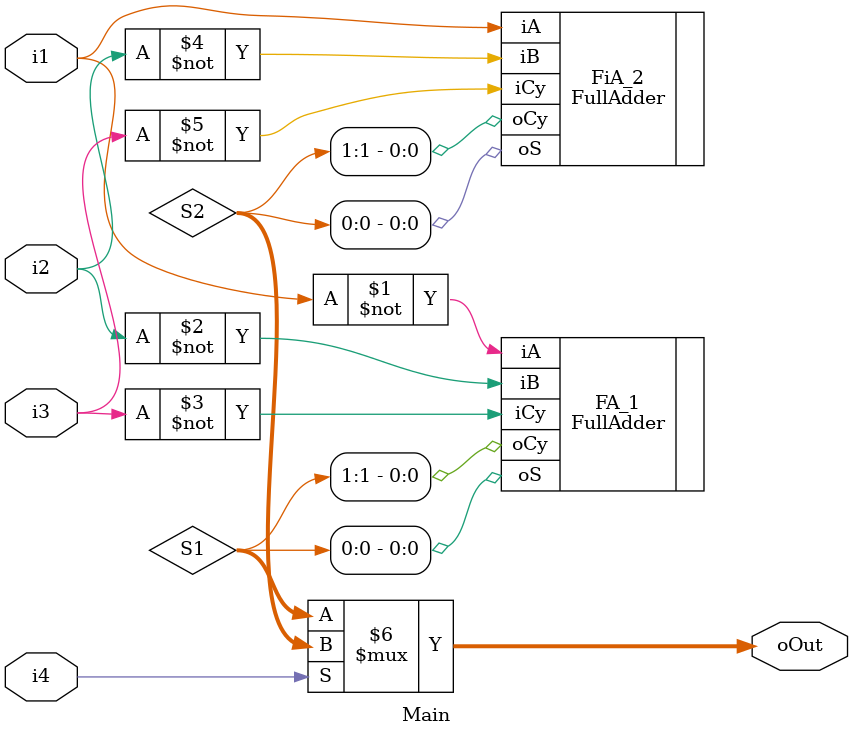
<source format=v>
module Main(i1,i2,i3,i4,oOut);
    input i1;
    input i2;
    input i3;
    input i4;
    output [1:0] oOut;

    wire [1:0] S1;
    wire [1:0] S2;
    FullAdder FA_1 (
        .iA(~i1),
        .iB(~i2),
        .iCy(~i3),
        .oS(S1[0]),
        .oCy(S1[1])
    );
    FullAdder FiA_2 (
        .iA(i1),
        .iB(~i2),
        .iCy(~i3),
        .oS(S2[0]),
        .oCy(S2[1])
    );
    assign oOut = i4 ? S2 : S1;
endmodule
</source>
